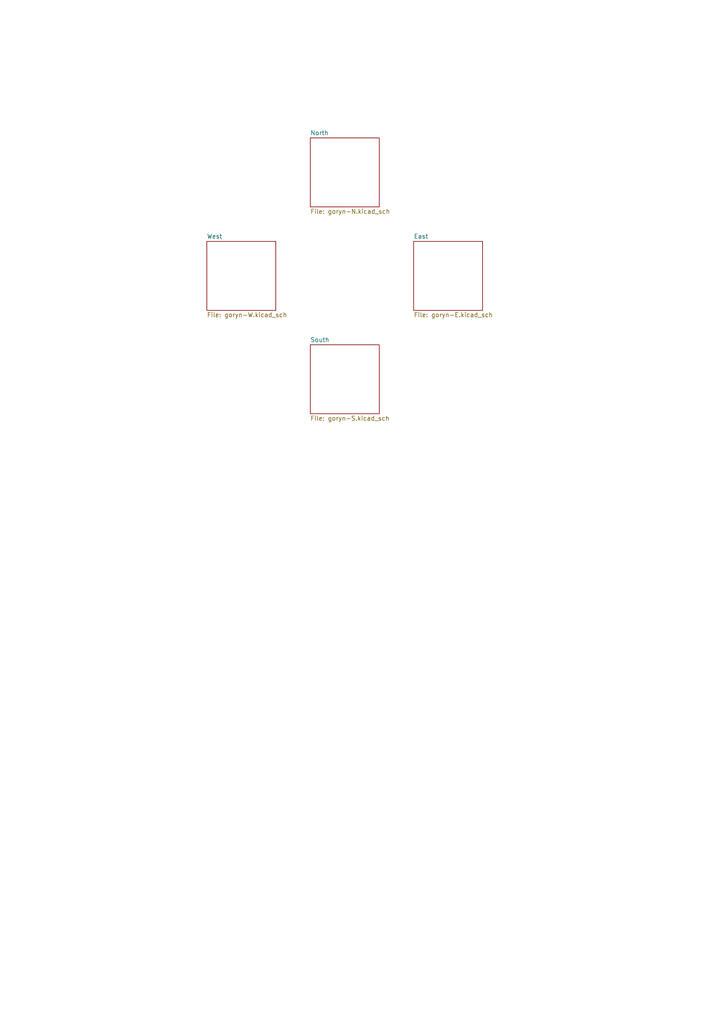
<source format=kicad_sch>
(kicad_sch (version 20230121) (generator eeschema)
  (paper "A4" portrait)
  (title_block (date "2023-12-24"))
  (lib_symbols)
  (sheet (at 60 70) (size 20 20) (stroke (width 0.1524))
    (property "Sheetname" "West" (at 60 69.2884 0) (effects (justify left bottom)))
    (property "Sheetfile" "goryn-W.kicad_sch" (at 60 90.5846 0) (effects (justify left top)))
  )
  (sheet (at 120 70) (size 20 20) (stroke (width 0.1524))
    (property "Sheetname" "East" (at 120 69.2884 0) (effects (justify left bottom)))
    (property "Sheetfile" "goryn-E.kicad_sch" (at 120 90.5846 0) (effects (justify left top)))
  )
  (sheet (at 90 100) (size 20 20) (stroke (width 0.1524))
    (property "Sheetname" "South" (at 90 99.2884 0) (effects (justify left bottom)))
    (property "Sheetfile" "goryn-S.kicad_sch" (at 90 120.5846 0) (effects (justify left top)))
  )
  (sheet (at 90 40) (size 20 20) (stroke (width 0.1524))
    (property "Sheetname" "North" (at 90 39.2884 0) (effects (justify left bottom)))
    (property "Sheetfile" "goryn-N.kicad_sch" (at 90 60.5846 0) (effects (justify left top)))
  )
)
</source>
